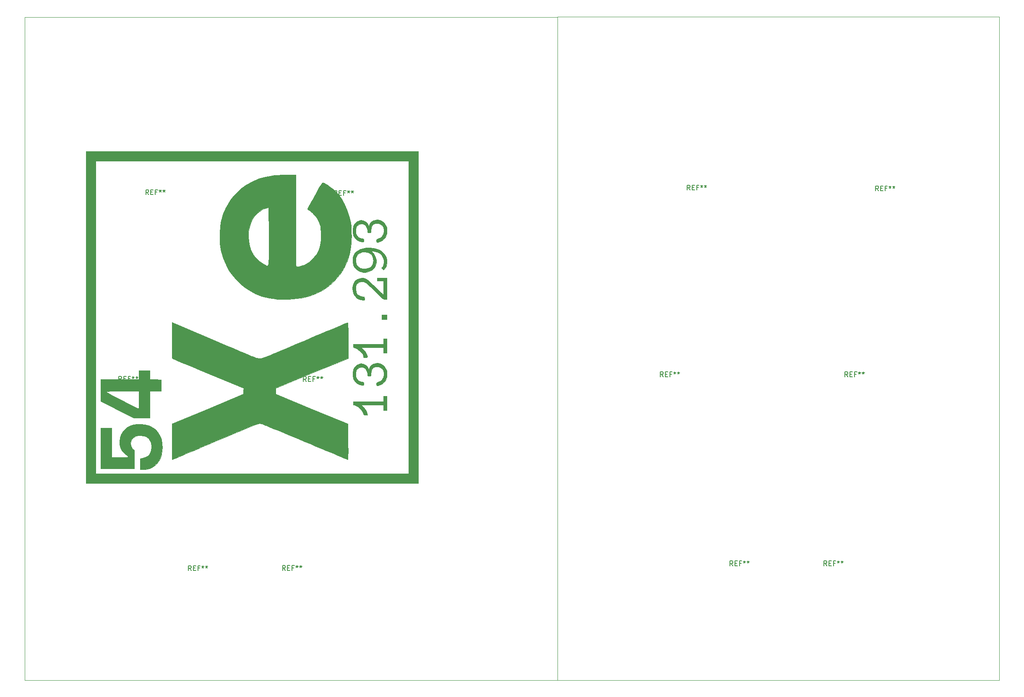
<source format=gbr>
G04 #@! TF.GenerationSoftware,KiCad,Pcbnew,5.1.2*
G04 #@! TF.CreationDate,2019-08-11T12:44:57+09:00*
G04 #@! TF.ProjectId,xenon-e_plate,78656e6f-6e2d-4655-9f70-6c6174652e6b,rev?*
G04 #@! TF.SameCoordinates,Original*
G04 #@! TF.FileFunction,Legend,Top*
G04 #@! TF.FilePolarity,Positive*
%FSLAX46Y46*%
G04 Gerber Fmt 4.6, Leading zero omitted, Abs format (unit mm)*
G04 Created by KiCad (PCBNEW 5.1.2) date 2019-08-11 12:44:57*
%MOMM*%
%LPD*%
G04 APERTURE LIST*
%ADD10C,0.120000*%
%ADD11C,0.010000*%
%ADD12C,0.150000*%
G04 APERTURE END LIST*
D10*
X259450000Y-156100000D02*
X168775000Y-156100000D01*
X259450000Y-22125000D02*
X259450000Y-156100000D01*
X170250000Y-22125000D02*
X259450000Y-22125000D01*
X62750000Y-22150000D02*
X170250000Y-22150000D01*
X62750000Y-156100000D02*
X62750000Y-22150000D01*
X168750000Y-156100000D02*
X62750000Y-156100000D01*
X170250000Y-22225000D02*
X170250000Y-156100000D01*
D11*
G36*
X85765000Y-95355667D02*
G01*
X85765000Y-93577667D01*
X87966333Y-93577667D01*
X87966333Y-95350889D01*
X89130500Y-95374445D01*
X90294666Y-95398000D01*
X90318176Y-96503380D01*
X90322679Y-96920211D01*
X90318283Y-97274486D01*
X90306006Y-97532599D01*
X90286866Y-97660944D01*
X90282898Y-97667547D01*
X90180780Y-97689277D01*
X89942572Y-97707380D01*
X89601504Y-97720211D01*
X89190808Y-97726124D01*
X89095222Y-97726334D01*
X87966333Y-97726334D01*
X87966333Y-103145000D01*
X85765000Y-103145000D01*
X85765000Y-101216024D01*
X85765000Y-97726334D01*
X82463000Y-97726334D01*
X81613893Y-97727107D01*
X80919481Y-97729781D01*
X80365134Y-97734888D01*
X79936219Y-97742960D01*
X79618103Y-97754528D01*
X79396155Y-97770126D01*
X79255744Y-97790284D01*
X79182236Y-97815536D01*
X79161000Y-97846392D01*
X79233592Y-97905436D01*
X79438702Y-98030228D01*
X79757326Y-98210911D01*
X80170462Y-98437632D01*
X80659109Y-98700535D01*
X81204264Y-98989765D01*
X81786924Y-99295466D01*
X82388088Y-99607784D01*
X82988752Y-99916864D01*
X83569916Y-100212851D01*
X84112576Y-100485889D01*
X84597730Y-100726123D01*
X85006377Y-100923699D01*
X85319513Y-101068761D01*
X85518137Y-101151454D01*
X85558089Y-101164093D01*
X85765000Y-101216024D01*
X85765000Y-103145000D01*
X84742159Y-103145000D01*
X81401246Y-101444603D01*
X78060333Y-99744205D01*
X78060333Y-95355667D01*
X85765000Y-95355667D01*
X85765000Y-95355667D01*
G37*
X85765000Y-95355667D02*
X85765000Y-93577667D01*
X87966333Y-93577667D01*
X87966333Y-95350889D01*
X89130500Y-95374445D01*
X90294666Y-95398000D01*
X90318176Y-96503380D01*
X90322679Y-96920211D01*
X90318283Y-97274486D01*
X90306006Y-97532599D01*
X90286866Y-97660944D01*
X90282898Y-97667547D01*
X90180780Y-97689277D01*
X89942572Y-97707380D01*
X89601504Y-97720211D01*
X89190808Y-97726124D01*
X89095222Y-97726334D01*
X87966333Y-97726334D01*
X87966333Y-103145000D01*
X85765000Y-103145000D01*
X85765000Y-101216024D01*
X85765000Y-97726334D01*
X82463000Y-97726334D01*
X81613893Y-97727107D01*
X80919481Y-97729781D01*
X80365134Y-97734888D01*
X79936219Y-97742960D01*
X79618103Y-97754528D01*
X79396155Y-97770126D01*
X79255744Y-97790284D01*
X79182236Y-97815536D01*
X79161000Y-97846392D01*
X79233592Y-97905436D01*
X79438702Y-98030228D01*
X79757326Y-98210911D01*
X80170462Y-98437632D01*
X80659109Y-98700535D01*
X81204264Y-98989765D01*
X81786924Y-99295466D01*
X82388088Y-99607784D01*
X82988752Y-99916864D01*
X83569916Y-100212851D01*
X84112576Y-100485889D01*
X84597730Y-100726123D01*
X85006377Y-100923699D01*
X85319513Y-101068761D01*
X85518137Y-101151454D01*
X85558089Y-101164093D01*
X85765000Y-101216024D01*
X85765000Y-103145000D01*
X84742159Y-103145000D01*
X81401246Y-101444603D01*
X78060333Y-99744205D01*
X78060333Y-95355667D01*
X85765000Y-95355667D01*
G36*
X80261666Y-105177000D02*
G01*
X80261666Y-111103667D01*
X81912666Y-111103667D01*
X82480174Y-111102841D01*
X82900387Y-111098925D01*
X83195343Y-111089769D01*
X83387077Y-111073219D01*
X83497625Y-111047122D01*
X83549024Y-111009326D01*
X83563311Y-110957677D01*
X83563666Y-110942379D01*
X83486249Y-110788691D01*
X83269406Y-110611080D01*
X83191590Y-110563040D01*
X82714248Y-110190142D01*
X82344198Y-109709792D01*
X82083350Y-109147083D01*
X81933615Y-108527110D01*
X81896906Y-107874968D01*
X81975134Y-107215752D01*
X82170211Y-106574555D01*
X82484047Y-105976474D01*
X82810377Y-105558357D01*
X83362425Y-105079331D01*
X84005939Y-104722123D01*
X84717062Y-104484555D01*
X85471934Y-104364454D01*
X86246699Y-104359644D01*
X87017496Y-104467949D01*
X87760469Y-104687194D01*
X88451759Y-105015205D01*
X89067508Y-105449805D01*
X89583857Y-105988820D01*
X89728273Y-106189089D01*
X90103572Y-106855383D01*
X90356100Y-107558985D01*
X90492036Y-108328048D01*
X90517560Y-109190726D01*
X90490978Y-109664334D01*
X90349260Y-110536689D01*
X90077439Y-111318709D01*
X89685675Y-112000348D01*
X89184126Y-112571564D01*
X88582952Y-113022311D01*
X87892313Y-113342546D01*
X87122368Y-113522224D01*
X86551544Y-113559000D01*
X86019000Y-113559000D01*
X86019000Y-111296691D01*
X86473862Y-111249745D01*
X87051311Y-111118072D01*
X87539713Y-110859345D01*
X87920077Y-110487384D01*
X88173406Y-110016006D01*
X88174711Y-110012322D01*
X88253777Y-109665145D01*
X88295179Y-109221926D01*
X88297385Y-108752058D01*
X88258861Y-108324932D01*
X88216471Y-108121305D01*
X88022641Y-107692320D01*
X87707654Y-107290646D01*
X87317532Y-106970527D01*
X87168536Y-106886181D01*
X86733306Y-106740234D01*
X86215990Y-106673911D01*
X85685015Y-106689251D01*
X85208809Y-106788291D01*
X85109911Y-106824889D01*
X84690583Y-107078399D01*
X84379647Y-107429696D01*
X84184183Y-107846611D01*
X84111267Y-108296974D01*
X84167979Y-108748617D01*
X84361398Y-109169370D01*
X84544919Y-109392520D01*
X84833666Y-109681267D01*
X84833666Y-113389667D01*
X78060333Y-113389667D01*
X78060333Y-105177000D01*
X80261666Y-105177000D01*
X80261666Y-105177000D01*
G37*
X80261666Y-105177000D02*
X80261666Y-111103667D01*
X81912666Y-111103667D01*
X82480174Y-111102841D01*
X82900387Y-111098925D01*
X83195343Y-111089769D01*
X83387077Y-111073219D01*
X83497625Y-111047122D01*
X83549024Y-111009326D01*
X83563311Y-110957677D01*
X83563666Y-110942379D01*
X83486249Y-110788691D01*
X83269406Y-110611080D01*
X83191590Y-110563040D01*
X82714248Y-110190142D01*
X82344198Y-109709792D01*
X82083350Y-109147083D01*
X81933615Y-108527110D01*
X81896906Y-107874968D01*
X81975134Y-107215752D01*
X82170211Y-106574555D01*
X82484047Y-105976474D01*
X82810377Y-105558357D01*
X83362425Y-105079331D01*
X84005939Y-104722123D01*
X84717062Y-104484555D01*
X85471934Y-104364454D01*
X86246699Y-104359644D01*
X87017496Y-104467949D01*
X87760469Y-104687194D01*
X88451759Y-105015205D01*
X89067508Y-105449805D01*
X89583857Y-105988820D01*
X89728273Y-106189089D01*
X90103572Y-106855383D01*
X90356100Y-107558985D01*
X90492036Y-108328048D01*
X90517560Y-109190726D01*
X90490978Y-109664334D01*
X90349260Y-110536689D01*
X90077439Y-111318709D01*
X89685675Y-112000348D01*
X89184126Y-112571564D01*
X88582952Y-113022311D01*
X87892313Y-113342546D01*
X87122368Y-113522224D01*
X86551544Y-113559000D01*
X86019000Y-113559000D01*
X86019000Y-111296691D01*
X86473862Y-111249745D01*
X87051311Y-111118072D01*
X87539713Y-110859345D01*
X87920077Y-110487384D01*
X88173406Y-110016006D01*
X88174711Y-110012322D01*
X88253777Y-109665145D01*
X88295179Y-109221926D01*
X88297385Y-108752058D01*
X88258861Y-108324932D01*
X88216471Y-108121305D01*
X88022641Y-107692320D01*
X87707654Y-107290646D01*
X87317532Y-106970527D01*
X87168536Y-106886181D01*
X86733306Y-106740234D01*
X86215990Y-106673911D01*
X85685015Y-106689251D01*
X85208809Y-106788291D01*
X85109911Y-106824889D01*
X84690583Y-107078399D01*
X84379647Y-107429696D01*
X84184183Y-107846611D01*
X84111267Y-108296974D01*
X84167979Y-108748617D01*
X84361398Y-109169370D01*
X84544919Y-109392520D01*
X84833666Y-109681267D01*
X84833666Y-113389667D01*
X78060333Y-113389667D01*
X78060333Y-105177000D01*
X80261666Y-105177000D01*
G36*
X92454842Y-104288000D02*
G01*
X99672088Y-101312659D01*
X106889333Y-98337318D01*
X106913738Y-97711073D01*
X106938144Y-97084828D01*
X99801683Y-94142792D01*
X98756552Y-93711696D01*
X97755185Y-93298193D01*
X96808781Y-92906933D01*
X95928539Y-92542567D01*
X95125660Y-92209747D01*
X94411341Y-91913122D01*
X93796782Y-91657344D01*
X93293184Y-91447064D01*
X92911744Y-91286933D01*
X92663662Y-91181602D01*
X92560138Y-91135721D01*
X92558524Y-91134812D01*
X92531634Y-91083651D01*
X92509896Y-90958249D01*
X92493016Y-90745918D01*
X92480703Y-90433969D01*
X92472664Y-90009713D01*
X92468606Y-89460463D01*
X92468237Y-88773528D01*
X92471264Y-87936222D01*
X92473912Y-87464927D01*
X92496000Y-83860985D01*
X101047333Y-87487643D01*
X102388721Y-88056389D01*
X103583419Y-88562492D01*
X104640552Y-89009599D01*
X105569247Y-89401360D01*
X106378631Y-89741424D01*
X107077829Y-90033440D01*
X107675969Y-90281057D01*
X108182177Y-90487924D01*
X108605579Y-90657690D01*
X108955302Y-90794003D01*
X109240472Y-90900514D01*
X109470215Y-90980870D01*
X109653658Y-91038721D01*
X109799928Y-91077715D01*
X109918150Y-91101503D01*
X110017452Y-91113732D01*
X110106959Y-91118052D01*
X110127956Y-91118317D01*
X110215283Y-91117085D01*
X110308057Y-91109646D01*
X110415416Y-91092379D01*
X110546502Y-91061665D01*
X110710452Y-91013882D01*
X110916408Y-90945412D01*
X111173509Y-90852632D01*
X111490893Y-90731924D01*
X111877702Y-90579667D01*
X112343074Y-90392241D01*
X112896150Y-90166025D01*
X113546068Y-89897400D01*
X114301969Y-89582745D01*
X115172992Y-89218440D01*
X116168277Y-88800864D01*
X117296963Y-88326398D01*
X118568190Y-87791421D01*
X119222299Y-87516031D01*
X120366898Y-87034137D01*
X121468636Y-86570362D01*
X122517366Y-86128973D01*
X123502941Y-85714238D01*
X124415212Y-85330425D01*
X125244033Y-84981800D01*
X125979256Y-84672633D01*
X126610733Y-84407190D01*
X127128319Y-84189738D01*
X127521865Y-84024547D01*
X127781223Y-83915882D01*
X127896247Y-83868012D01*
X127900508Y-83866306D01*
X127928521Y-83880533D01*
X127951694Y-83955543D01*
X127970448Y-84104637D01*
X127985202Y-84341119D01*
X127996375Y-84678287D01*
X128004387Y-85129446D01*
X128009656Y-85707895D01*
X128012604Y-86426936D01*
X128013648Y-87299871D01*
X128013666Y-87455005D01*
X128013666Y-91087127D01*
X120686796Y-94087957D01*
X113359926Y-97088788D01*
X113408666Y-98334684D01*
X120690000Y-101317804D01*
X127971333Y-104300924D01*
X127993416Y-107924077D01*
X127998454Y-108802454D01*
X128001509Y-109526186D01*
X128002062Y-110109954D01*
X127999593Y-110568441D01*
X127993580Y-110916329D01*
X127983504Y-111168298D01*
X127968844Y-111339032D01*
X127949080Y-111443212D01*
X127923690Y-111495520D01*
X127892156Y-111510637D01*
X127866416Y-111507026D01*
X127769869Y-111469375D01*
X127527495Y-111370181D01*
X127149493Y-111213713D01*
X126646056Y-111004239D01*
X126027382Y-110746027D01*
X125303666Y-110443346D01*
X124485104Y-110100464D01*
X123581892Y-109721648D01*
X122604226Y-109311169D01*
X121562302Y-108873293D01*
X120466315Y-108412290D01*
X119326463Y-107932426D01*
X119145591Y-107856245D01*
X117783860Y-107282978D01*
X116569238Y-106772431D01*
X115492988Y-106321098D01*
X114546374Y-105925472D01*
X113720660Y-105582047D01*
X113007109Y-105287318D01*
X112396984Y-105037776D01*
X111881548Y-104829917D01*
X111452066Y-104660234D01*
X111099801Y-104525221D01*
X110816016Y-104421370D01*
X110591975Y-104345177D01*
X110418940Y-104293135D01*
X110288176Y-104261736D01*
X110190947Y-104247476D01*
X110149250Y-104245667D01*
X110066947Y-104252035D01*
X109956382Y-104273485D01*
X109808831Y-104313540D01*
X109615568Y-104375720D01*
X109367871Y-104463546D01*
X109057016Y-104580539D01*
X108674277Y-104730221D01*
X108210932Y-104916113D01*
X107658255Y-105141736D01*
X107007524Y-105410610D01*
X106250013Y-105726258D01*
X105377000Y-106092200D01*
X104379759Y-106511957D01*
X103249567Y-106989052D01*
X101977699Y-107527003D01*
X101129056Y-107886334D01*
X99984682Y-108370883D01*
X98884264Y-108836528D01*
X97837801Y-109279053D01*
X96855293Y-109694242D01*
X95946739Y-110077878D01*
X95122140Y-110425747D01*
X94391494Y-110733632D01*
X93764801Y-110997318D01*
X93252062Y-111212589D01*
X92863276Y-111375229D01*
X92608442Y-111481022D01*
X92497560Y-111525752D01*
X92493564Y-111527000D01*
X92485151Y-111445224D01*
X92477368Y-111211450D01*
X92470405Y-110843017D01*
X92464448Y-110357261D01*
X92459687Y-109771518D01*
X92456310Y-109103124D01*
X92454505Y-108369417D01*
X92454254Y-107907500D01*
X92454842Y-104288000D01*
X92454842Y-104288000D01*
G37*
X92454842Y-104288000D02*
X99672088Y-101312659D01*
X106889333Y-98337318D01*
X106913738Y-97711073D01*
X106938144Y-97084828D01*
X99801683Y-94142792D01*
X98756552Y-93711696D01*
X97755185Y-93298193D01*
X96808781Y-92906933D01*
X95928539Y-92542567D01*
X95125660Y-92209747D01*
X94411341Y-91913122D01*
X93796782Y-91657344D01*
X93293184Y-91447064D01*
X92911744Y-91286933D01*
X92663662Y-91181602D01*
X92560138Y-91135721D01*
X92558524Y-91134812D01*
X92531634Y-91083651D01*
X92509896Y-90958249D01*
X92493016Y-90745918D01*
X92480703Y-90433969D01*
X92472664Y-90009713D01*
X92468606Y-89460463D01*
X92468237Y-88773528D01*
X92471264Y-87936222D01*
X92473912Y-87464927D01*
X92496000Y-83860985D01*
X101047333Y-87487643D01*
X102388721Y-88056389D01*
X103583419Y-88562492D01*
X104640552Y-89009599D01*
X105569247Y-89401360D01*
X106378631Y-89741424D01*
X107077829Y-90033440D01*
X107675969Y-90281057D01*
X108182177Y-90487924D01*
X108605579Y-90657690D01*
X108955302Y-90794003D01*
X109240472Y-90900514D01*
X109470215Y-90980870D01*
X109653658Y-91038721D01*
X109799928Y-91077715D01*
X109918150Y-91101503D01*
X110017452Y-91113732D01*
X110106959Y-91118052D01*
X110127956Y-91118317D01*
X110215283Y-91117085D01*
X110308057Y-91109646D01*
X110415416Y-91092379D01*
X110546502Y-91061665D01*
X110710452Y-91013882D01*
X110916408Y-90945412D01*
X111173509Y-90852632D01*
X111490893Y-90731924D01*
X111877702Y-90579667D01*
X112343074Y-90392241D01*
X112896150Y-90166025D01*
X113546068Y-89897400D01*
X114301969Y-89582745D01*
X115172992Y-89218440D01*
X116168277Y-88800864D01*
X117296963Y-88326398D01*
X118568190Y-87791421D01*
X119222299Y-87516031D01*
X120366898Y-87034137D01*
X121468636Y-86570362D01*
X122517366Y-86128973D01*
X123502941Y-85714238D01*
X124415212Y-85330425D01*
X125244033Y-84981800D01*
X125979256Y-84672633D01*
X126610733Y-84407190D01*
X127128319Y-84189738D01*
X127521865Y-84024547D01*
X127781223Y-83915882D01*
X127896247Y-83868012D01*
X127900508Y-83866306D01*
X127928521Y-83880533D01*
X127951694Y-83955543D01*
X127970448Y-84104637D01*
X127985202Y-84341119D01*
X127996375Y-84678287D01*
X128004387Y-85129446D01*
X128009656Y-85707895D01*
X128012604Y-86426936D01*
X128013648Y-87299871D01*
X128013666Y-87455005D01*
X128013666Y-91087127D01*
X120686796Y-94087957D01*
X113359926Y-97088788D01*
X113408666Y-98334684D01*
X120690000Y-101317804D01*
X127971333Y-104300924D01*
X127993416Y-107924077D01*
X127998454Y-108802454D01*
X128001509Y-109526186D01*
X128002062Y-110109954D01*
X127999593Y-110568441D01*
X127993580Y-110916329D01*
X127983504Y-111168298D01*
X127968844Y-111339032D01*
X127949080Y-111443212D01*
X127923690Y-111495520D01*
X127892156Y-111510637D01*
X127866416Y-111507026D01*
X127769869Y-111469375D01*
X127527495Y-111370181D01*
X127149493Y-111213713D01*
X126646056Y-111004239D01*
X126027382Y-110746027D01*
X125303666Y-110443346D01*
X124485104Y-110100464D01*
X123581892Y-109721648D01*
X122604226Y-109311169D01*
X121562302Y-108873293D01*
X120466315Y-108412290D01*
X119326463Y-107932426D01*
X119145591Y-107856245D01*
X117783860Y-107282978D01*
X116569238Y-106772431D01*
X115492988Y-106321098D01*
X114546374Y-105925472D01*
X113720660Y-105582047D01*
X113007109Y-105287318D01*
X112396984Y-105037776D01*
X111881548Y-104829917D01*
X111452066Y-104660234D01*
X111099801Y-104525221D01*
X110816016Y-104421370D01*
X110591975Y-104345177D01*
X110418940Y-104293135D01*
X110288176Y-104261736D01*
X110190947Y-104247476D01*
X110149250Y-104245667D01*
X110066947Y-104252035D01*
X109956382Y-104273485D01*
X109808831Y-104313540D01*
X109615568Y-104375720D01*
X109367871Y-104463546D01*
X109057016Y-104580539D01*
X108674277Y-104730221D01*
X108210932Y-104916113D01*
X107658255Y-105141736D01*
X107007524Y-105410610D01*
X106250013Y-105726258D01*
X105377000Y-106092200D01*
X104379759Y-106511957D01*
X103249567Y-106989052D01*
X101977699Y-107527003D01*
X101129056Y-107886334D01*
X99984682Y-108370883D01*
X98884264Y-108836528D01*
X97837801Y-109279053D01*
X96855293Y-109694242D01*
X95946739Y-110077878D01*
X95122140Y-110425747D01*
X94391494Y-110733632D01*
X93764801Y-110997318D01*
X93252062Y-111212589D01*
X92863276Y-111375229D01*
X92608442Y-111481022D01*
X92497560Y-111525752D01*
X92493564Y-111527000D01*
X92485151Y-111445224D01*
X92477368Y-111211450D01*
X92470405Y-110843017D01*
X92464448Y-110357261D01*
X92459687Y-109771518D01*
X92456310Y-109103124D01*
X92454505Y-108369417D01*
X92454254Y-107907500D01*
X92454842Y-104288000D01*
G36*
X102189303Y-64621113D02*
G01*
X102325262Y-63650609D01*
X102541182Y-62735535D01*
X102843520Y-61841660D01*
X103238730Y-60934756D01*
X103257234Y-60896334D01*
X103792345Y-59881370D01*
X104360898Y-58992934D01*
X104991687Y-58188284D01*
X105342418Y-57800849D01*
X106364736Y-56841998D01*
X107485033Y-56019695D01*
X108697487Y-55336700D01*
X109996277Y-54795770D01*
X111375582Y-54399667D01*
X112829580Y-54151148D01*
X113104038Y-54121789D01*
X113449014Y-54096813D01*
X113920493Y-54074844D01*
X114475655Y-54057238D01*
X115071678Y-54045348D01*
X115665740Y-54040529D01*
X115673500Y-54040518D01*
X117430333Y-54038334D01*
X117430333Y-63269658D01*
X117430547Y-64734678D01*
X117431272Y-66039425D01*
X117432628Y-67192957D01*
X117434740Y-68204333D01*
X117437727Y-69082612D01*
X117441714Y-69836853D01*
X117446821Y-70476115D01*
X117453171Y-71009457D01*
X117460887Y-71445938D01*
X117470090Y-71794617D01*
X117480902Y-72064553D01*
X117493446Y-72264805D01*
X117507844Y-72404431D01*
X117524217Y-72492492D01*
X117542689Y-72538046D01*
X117555453Y-72548995D01*
X117738656Y-72562167D01*
X118036755Y-72523040D01*
X118407410Y-72442173D01*
X118808281Y-72330127D01*
X119197031Y-72197462D01*
X119525302Y-72057690D01*
X120105035Y-71701199D01*
X120677587Y-71215503D01*
X121206523Y-70638186D01*
X121655408Y-70006829D01*
X121850340Y-69659334D01*
X122095045Y-69148908D01*
X122276737Y-68691282D01*
X122404090Y-68244849D01*
X122485777Y-67768001D01*
X122530472Y-67219130D01*
X122546849Y-66556631D01*
X122547527Y-66315000D01*
X122535504Y-65574808D01*
X122496415Y-64965119D01*
X122423509Y-64448330D01*
X122310040Y-63986834D01*
X122149260Y-63543028D01*
X121985395Y-63182334D01*
X121794681Y-62863736D01*
X121520031Y-62497710D01*
X121193199Y-62117931D01*
X120845938Y-61758071D01*
X120510002Y-61451806D01*
X120217144Y-61232808D01*
X120076166Y-61157653D01*
X119892967Y-61064318D01*
X119802914Y-60982312D01*
X119801000Y-60973031D01*
X119840651Y-60885022D01*
X119952046Y-60669935D01*
X120123847Y-60348242D01*
X120344715Y-59940414D01*
X120603311Y-59466923D01*
X120888296Y-58948242D01*
X121188333Y-58404841D01*
X121492083Y-57857193D01*
X121788206Y-57325770D01*
X122065366Y-56831044D01*
X122312222Y-56393486D01*
X122517437Y-56033568D01*
X122669672Y-55771763D01*
X122757588Y-55628542D01*
X122771503Y-55609748D01*
X122893637Y-55587483D01*
X123125926Y-55666902D01*
X123473635Y-55850584D01*
X123942032Y-56141107D01*
X124187182Y-56303091D01*
X125105422Y-57018847D01*
X125935478Y-57870119D01*
X126670138Y-58843704D01*
X127302190Y-59926399D01*
X127824420Y-61105000D01*
X128229618Y-62366304D01*
X128510569Y-63697107D01*
X128602312Y-64385497D01*
X128649554Y-64995922D01*
X128674748Y-65708068D01*
X128678413Y-66468451D01*
X128661066Y-67223591D01*
X128623226Y-67920005D01*
X128565411Y-68504212D01*
X128562195Y-68528121D01*
X128284456Y-69979278D01*
X127862054Y-71346991D01*
X127300959Y-72625176D01*
X126607138Y-73807747D01*
X125786558Y-74888622D01*
X124845187Y-75861715D01*
X123788994Y-76720942D01*
X122623946Y-77460219D01*
X121356011Y-78073461D01*
X119991156Y-78554585D01*
X118535349Y-78897504D01*
X118361666Y-78927923D01*
X117656439Y-79024878D01*
X116850921Y-79098738D01*
X115996248Y-79147557D01*
X115143551Y-79169385D01*
X114343965Y-79162277D01*
X113648623Y-79124283D01*
X113521512Y-79112289D01*
X112022391Y-78887631D01*
X111751707Y-78818483D01*
X111751707Y-72404897D01*
X111827070Y-72358412D01*
X111886732Y-72251378D01*
X111932479Y-72073157D01*
X111966095Y-71813112D01*
X111989366Y-71460604D01*
X112004078Y-71004997D01*
X112012015Y-70435653D01*
X112014963Y-69741934D01*
X112014708Y-68913202D01*
X112013034Y-67938820D01*
X112011727Y-66808151D01*
X112011666Y-66531664D01*
X112010712Y-65549467D01*
X112007957Y-64617481D01*
X112003556Y-63749437D01*
X111997668Y-62959069D01*
X111990450Y-62260109D01*
X111982061Y-61666288D01*
X111972657Y-61191340D01*
X111962396Y-60848997D01*
X111951435Y-60652991D01*
X111943726Y-60610338D01*
X111822428Y-60612424D01*
X111591573Y-60672697D01*
X111293863Y-60775231D01*
X110971994Y-60904103D01*
X110668666Y-61043388D01*
X110430345Y-61174766D01*
X109758627Y-61695984D01*
X109165580Y-62349926D01*
X108668639Y-63111441D01*
X108285243Y-63955380D01*
X108108330Y-64523952D01*
X107929430Y-65484071D01*
X107873331Y-66467292D01*
X107935923Y-67442653D01*
X108113096Y-68379190D01*
X108400739Y-69245942D01*
X108794742Y-70011946D01*
X108847694Y-70093697D01*
X109191617Y-70538918D01*
X109633268Y-71004179D01*
X110126476Y-71447899D01*
X110625074Y-71828497D01*
X111076892Y-72101398D01*
X111257539Y-72198096D01*
X111413559Y-72287432D01*
X111546737Y-72358769D01*
X111658858Y-72401470D01*
X111751707Y-72404897D01*
X111751707Y-78818483D01*
X110625770Y-78530854D01*
X109324007Y-78038453D01*
X108109458Y-77406926D01*
X106974479Y-76632769D01*
X105911429Y-75712479D01*
X105743033Y-75546967D01*
X104815892Y-74512688D01*
X104027929Y-73399113D01*
X103369331Y-72190132D01*
X102830288Y-70869636D01*
X102749866Y-70633000D01*
X102556259Y-70022726D01*
X102409514Y-69489711D01*
X102302232Y-68988871D01*
X102227013Y-68475125D01*
X102176458Y-67903391D01*
X102143165Y-67228586D01*
X102131444Y-66865334D01*
X102126849Y-65681278D01*
X102189303Y-64621113D01*
X102189303Y-64621113D01*
G37*
X102189303Y-64621113D02*
X102325262Y-63650609D01*
X102541182Y-62735535D01*
X102843520Y-61841660D01*
X103238730Y-60934756D01*
X103257234Y-60896334D01*
X103792345Y-59881370D01*
X104360898Y-58992934D01*
X104991687Y-58188284D01*
X105342418Y-57800849D01*
X106364736Y-56841998D01*
X107485033Y-56019695D01*
X108697487Y-55336700D01*
X109996277Y-54795770D01*
X111375582Y-54399667D01*
X112829580Y-54151148D01*
X113104038Y-54121789D01*
X113449014Y-54096813D01*
X113920493Y-54074844D01*
X114475655Y-54057238D01*
X115071678Y-54045348D01*
X115665740Y-54040529D01*
X115673500Y-54040518D01*
X117430333Y-54038334D01*
X117430333Y-63269658D01*
X117430547Y-64734678D01*
X117431272Y-66039425D01*
X117432628Y-67192957D01*
X117434740Y-68204333D01*
X117437727Y-69082612D01*
X117441714Y-69836853D01*
X117446821Y-70476115D01*
X117453171Y-71009457D01*
X117460887Y-71445938D01*
X117470090Y-71794617D01*
X117480902Y-72064553D01*
X117493446Y-72264805D01*
X117507844Y-72404431D01*
X117524217Y-72492492D01*
X117542689Y-72538046D01*
X117555453Y-72548995D01*
X117738656Y-72562167D01*
X118036755Y-72523040D01*
X118407410Y-72442173D01*
X118808281Y-72330127D01*
X119197031Y-72197462D01*
X119525302Y-72057690D01*
X120105035Y-71701199D01*
X120677587Y-71215503D01*
X121206523Y-70638186D01*
X121655408Y-70006829D01*
X121850340Y-69659334D01*
X122095045Y-69148908D01*
X122276737Y-68691282D01*
X122404090Y-68244849D01*
X122485777Y-67768001D01*
X122530472Y-67219130D01*
X122546849Y-66556631D01*
X122547527Y-66315000D01*
X122535504Y-65574808D01*
X122496415Y-64965119D01*
X122423509Y-64448330D01*
X122310040Y-63986834D01*
X122149260Y-63543028D01*
X121985395Y-63182334D01*
X121794681Y-62863736D01*
X121520031Y-62497710D01*
X121193199Y-62117931D01*
X120845938Y-61758071D01*
X120510002Y-61451806D01*
X120217144Y-61232808D01*
X120076166Y-61157653D01*
X119892967Y-61064318D01*
X119802914Y-60982312D01*
X119801000Y-60973031D01*
X119840651Y-60885022D01*
X119952046Y-60669935D01*
X120123847Y-60348242D01*
X120344715Y-59940414D01*
X120603311Y-59466923D01*
X120888296Y-58948242D01*
X121188333Y-58404841D01*
X121492083Y-57857193D01*
X121788206Y-57325770D01*
X122065366Y-56831044D01*
X122312222Y-56393486D01*
X122517437Y-56033568D01*
X122669672Y-55771763D01*
X122757588Y-55628542D01*
X122771503Y-55609748D01*
X122893637Y-55587483D01*
X123125926Y-55666902D01*
X123473635Y-55850584D01*
X123942032Y-56141107D01*
X124187182Y-56303091D01*
X125105422Y-57018847D01*
X125935478Y-57870119D01*
X126670138Y-58843704D01*
X127302190Y-59926399D01*
X127824420Y-61105000D01*
X128229618Y-62366304D01*
X128510569Y-63697107D01*
X128602312Y-64385497D01*
X128649554Y-64995922D01*
X128674748Y-65708068D01*
X128678413Y-66468451D01*
X128661066Y-67223591D01*
X128623226Y-67920005D01*
X128565411Y-68504212D01*
X128562195Y-68528121D01*
X128284456Y-69979278D01*
X127862054Y-71346991D01*
X127300959Y-72625176D01*
X126607138Y-73807747D01*
X125786558Y-74888622D01*
X124845187Y-75861715D01*
X123788994Y-76720942D01*
X122623946Y-77460219D01*
X121356011Y-78073461D01*
X119991156Y-78554585D01*
X118535349Y-78897504D01*
X118361666Y-78927923D01*
X117656439Y-79024878D01*
X116850921Y-79098738D01*
X115996248Y-79147557D01*
X115143551Y-79169385D01*
X114343965Y-79162277D01*
X113648623Y-79124283D01*
X113521512Y-79112289D01*
X112022391Y-78887631D01*
X111751707Y-78818483D01*
X111751707Y-72404897D01*
X111827070Y-72358412D01*
X111886732Y-72251378D01*
X111932479Y-72073157D01*
X111966095Y-71813112D01*
X111989366Y-71460604D01*
X112004078Y-71004997D01*
X112012015Y-70435653D01*
X112014963Y-69741934D01*
X112014708Y-68913202D01*
X112013034Y-67938820D01*
X112011727Y-66808151D01*
X112011666Y-66531664D01*
X112010712Y-65549467D01*
X112007957Y-64617481D01*
X112003556Y-63749437D01*
X111997668Y-62959069D01*
X111990450Y-62260109D01*
X111982061Y-61666288D01*
X111972657Y-61191340D01*
X111962396Y-60848997D01*
X111951435Y-60652991D01*
X111943726Y-60610338D01*
X111822428Y-60612424D01*
X111591573Y-60672697D01*
X111293863Y-60775231D01*
X110971994Y-60904103D01*
X110668666Y-61043388D01*
X110430345Y-61174766D01*
X109758627Y-61695984D01*
X109165580Y-62349926D01*
X108668639Y-63111441D01*
X108285243Y-63955380D01*
X108108330Y-64523952D01*
X107929430Y-65484071D01*
X107873331Y-66467292D01*
X107935923Y-67442653D01*
X108113096Y-68379190D01*
X108400739Y-69245942D01*
X108794742Y-70011946D01*
X108847694Y-70093697D01*
X109191617Y-70538918D01*
X109633268Y-71004179D01*
X110126476Y-71447899D01*
X110625074Y-71828497D01*
X111076892Y-72101398D01*
X111257539Y-72198096D01*
X111413559Y-72287432D01*
X111546737Y-72358769D01*
X111658858Y-72401470D01*
X111751707Y-72404897D01*
X111751707Y-78818483D01*
X110625770Y-78530854D01*
X109324007Y-78038453D01*
X108109458Y-77406926D01*
X106974479Y-76632769D01*
X105911429Y-75712479D01*
X105743033Y-75546967D01*
X104815892Y-74512688D01*
X104027929Y-73399113D01*
X103369331Y-72190132D01*
X102830288Y-70869636D01*
X102749866Y-70633000D01*
X102556259Y-70022726D01*
X102409514Y-69489711D01*
X102302232Y-68988871D01*
X102227013Y-68475125D01*
X102176458Y-67903391D01*
X102143165Y-67228586D01*
X102131444Y-66865334D01*
X102126849Y-65681278D01*
X102189303Y-64621113D01*
G36*
X128996030Y-76347868D02*
G01*
X129186875Y-75814064D01*
X129491992Y-75387875D01*
X129900777Y-75081248D01*
X130402627Y-74906128D01*
X130802102Y-74868193D01*
X131072308Y-74880773D01*
X131323456Y-74929507D01*
X131575524Y-75027421D01*
X131848488Y-75187536D01*
X132162324Y-75422877D01*
X132537011Y-75746466D01*
X132992524Y-76171327D01*
X133390000Y-76555278D01*
X133794529Y-76948426D01*
X134168393Y-77309612D01*
X134491117Y-77619228D01*
X134742226Y-77857665D01*
X134901246Y-78005314D01*
X134935166Y-78035132D01*
X135125666Y-78194578D01*
X135125666Y-75459000D01*
X133855666Y-75459000D01*
X133855666Y-74866334D01*
X135803000Y-74866334D01*
X135803000Y-79184334D01*
X135447752Y-79184334D01*
X135337845Y-79180751D01*
X135235324Y-79161125D01*
X135123736Y-79112140D01*
X134986630Y-79020481D01*
X134807553Y-78872833D01*
X134570055Y-78655879D01*
X134257682Y-78356305D01*
X133853984Y-77960794D01*
X133479252Y-77591089D01*
X133032367Y-77154491D01*
X132607304Y-76748058D01*
X132223971Y-76390145D01*
X131902277Y-76099104D01*
X131662130Y-75893290D01*
X131532169Y-75796091D01*
X131095118Y-75613871D01*
X130658342Y-75578244D01*
X130253002Y-75681939D01*
X129910257Y-75917681D01*
X129685964Y-76227019D01*
X129588799Y-76534287D01*
X129542548Y-76929022D01*
X129550149Y-77336299D01*
X129614536Y-77681190D01*
X129627526Y-77718322D01*
X129859710Y-78107232D01*
X130212245Y-78413570D01*
X130645959Y-78611560D01*
X131082833Y-78675862D01*
X131232398Y-78691783D01*
X131298886Y-78770903D01*
X131315434Y-78961484D01*
X131315666Y-79015000D01*
X131305156Y-79232407D01*
X131250936Y-79329062D01*
X131118968Y-79353267D01*
X131077033Y-79353667D01*
X130538866Y-79275436D01*
X130017706Y-79057054D01*
X129570245Y-78722987D01*
X129536068Y-78688642D01*
X129237143Y-78317034D01*
X129047262Y-77912259D01*
X128950704Y-77429927D01*
X128930058Y-76977341D01*
X128996030Y-76347868D01*
X128996030Y-76347868D01*
G37*
X128996030Y-76347868D02*
X129186875Y-75814064D01*
X129491992Y-75387875D01*
X129900777Y-75081248D01*
X130402627Y-74906128D01*
X130802102Y-74868193D01*
X131072308Y-74880773D01*
X131323456Y-74929507D01*
X131575524Y-75027421D01*
X131848488Y-75187536D01*
X132162324Y-75422877D01*
X132537011Y-75746466D01*
X132992524Y-76171327D01*
X133390000Y-76555278D01*
X133794529Y-76948426D01*
X134168393Y-77309612D01*
X134491117Y-77619228D01*
X134742226Y-77857665D01*
X134901246Y-78005314D01*
X134935166Y-78035132D01*
X135125666Y-78194578D01*
X135125666Y-75459000D01*
X133855666Y-75459000D01*
X133855666Y-74866334D01*
X135803000Y-74866334D01*
X135803000Y-79184334D01*
X135447752Y-79184334D01*
X135337845Y-79180751D01*
X135235324Y-79161125D01*
X135123736Y-79112140D01*
X134986630Y-79020481D01*
X134807553Y-78872833D01*
X134570055Y-78655879D01*
X134257682Y-78356305D01*
X133853984Y-77960794D01*
X133479252Y-77591089D01*
X133032367Y-77154491D01*
X132607304Y-76748058D01*
X132223971Y-76390145D01*
X131902277Y-76099104D01*
X131662130Y-75893290D01*
X131532169Y-75796091D01*
X131095118Y-75613871D01*
X130658342Y-75578244D01*
X130253002Y-75681939D01*
X129910257Y-75917681D01*
X129685964Y-76227019D01*
X129588799Y-76534287D01*
X129542548Y-76929022D01*
X129550149Y-77336299D01*
X129614536Y-77681190D01*
X129627526Y-77718322D01*
X129859710Y-78107232D01*
X130212245Y-78413570D01*
X130645959Y-78611560D01*
X131082833Y-78675862D01*
X131232398Y-78691783D01*
X131298886Y-78770903D01*
X131315434Y-78961484D01*
X131315666Y-79015000D01*
X131305156Y-79232407D01*
X131250936Y-79329062D01*
X131118968Y-79353267D01*
X131077033Y-79353667D01*
X130538866Y-79275436D01*
X130017706Y-79057054D01*
X129570245Y-78722987D01*
X129536068Y-78688642D01*
X129237143Y-78317034D01*
X129047262Y-77912259D01*
X128950704Y-77429927D01*
X128930058Y-76977341D01*
X128996030Y-76347868D01*
G36*
X135803000Y-82317000D02*
G01*
X135803000Y-83248334D01*
X134787000Y-83248334D01*
X134787000Y-82317000D01*
X135803000Y-82317000D01*
X135803000Y-82317000D01*
G37*
X135803000Y-82317000D02*
X135803000Y-83248334D01*
X134787000Y-83248334D01*
X134787000Y-82317000D01*
X135803000Y-82317000D01*
G36*
X135125666Y-88243667D02*
G01*
X135125666Y-87143000D01*
X135803000Y-87143000D01*
X135803000Y-90021667D01*
X135125666Y-90021667D01*
X135125666Y-88921000D01*
X130614492Y-88921000D01*
X131019402Y-89277416D01*
X131397853Y-89697688D01*
X131666255Y-90145249D01*
X131825793Y-90501775D01*
X131898479Y-90735708D01*
X131880286Y-90872148D01*
X131767193Y-90936196D01*
X131555174Y-90952950D01*
X131536755Y-90953000D01*
X131303485Y-90943426D01*
X131185610Y-90891514D01*
X131129363Y-90762486D01*
X131111359Y-90677834D01*
X130964612Y-90297838D01*
X130690352Y-89907762D01*
X130324352Y-89542395D01*
X129902381Y-89236523D01*
X129460208Y-89024932D01*
X129387555Y-89001423D01*
X129164762Y-88923679D01*
X129061029Y-88832204D01*
X129031107Y-88672318D01*
X129029666Y-88568932D01*
X129029666Y-88243667D01*
X135125666Y-88243667D01*
X135125666Y-88243667D01*
G37*
X135125666Y-88243667D02*
X135125666Y-87143000D01*
X135803000Y-87143000D01*
X135803000Y-90021667D01*
X135125666Y-90021667D01*
X135125666Y-88921000D01*
X130614492Y-88921000D01*
X131019402Y-89277416D01*
X131397853Y-89697688D01*
X131666255Y-90145249D01*
X131825793Y-90501775D01*
X131898479Y-90735708D01*
X131880286Y-90872148D01*
X131767193Y-90936196D01*
X131555174Y-90952950D01*
X131536755Y-90953000D01*
X131303485Y-90943426D01*
X131185610Y-90891514D01*
X131129363Y-90762486D01*
X131111359Y-90677834D01*
X130964612Y-90297838D01*
X130690352Y-89907762D01*
X130324352Y-89542395D01*
X129902381Y-89236523D01*
X129460208Y-89024932D01*
X129387555Y-89001423D01*
X129164762Y-88923679D01*
X129061029Y-88832204D01*
X129031107Y-88672318D01*
X129029666Y-88568932D01*
X129029666Y-88243667D01*
X135125666Y-88243667D01*
G36*
X135125666Y-99843000D02*
G01*
X135125666Y-98742334D01*
X135803000Y-98742334D01*
X135803000Y-101621000D01*
X135125666Y-101621000D01*
X135125666Y-100520334D01*
X130645587Y-100520334D01*
X131061740Y-100909596D01*
X131487867Y-101400859D01*
X131775068Y-101938155D01*
X131874872Y-102279199D01*
X131929500Y-102552334D01*
X131555476Y-102552334D01*
X131323017Y-102543906D01*
X131199525Y-102488791D01*
X131127483Y-102342243D01*
X131083175Y-102184883D01*
X130933188Y-101849414D01*
X130676054Y-101496449D01*
X130347141Y-101156962D01*
X129981817Y-100861926D01*
X129615451Y-100642311D01*
X129283413Y-100529093D01*
X129182376Y-100520334D01*
X129081066Y-100484910D01*
X129036722Y-100351286D01*
X129029666Y-100181667D01*
X129029666Y-99843000D01*
X135125666Y-99843000D01*
X135125666Y-99843000D01*
G37*
X135125666Y-99843000D02*
X135125666Y-98742334D01*
X135803000Y-98742334D01*
X135803000Y-101621000D01*
X135125666Y-101621000D01*
X135125666Y-100520334D01*
X130645587Y-100520334D01*
X131061740Y-100909596D01*
X131487867Y-101400859D01*
X131775068Y-101938155D01*
X131874872Y-102279199D01*
X131929500Y-102552334D01*
X131555476Y-102552334D01*
X131323017Y-102543906D01*
X131199525Y-102488791D01*
X131127483Y-102342243D01*
X131083175Y-102184883D01*
X130933188Y-101849414D01*
X130676054Y-101496449D01*
X130347141Y-101156962D01*
X129981817Y-100861926D01*
X129615451Y-100642311D01*
X129283413Y-100529093D01*
X129182376Y-100520334D01*
X129081066Y-100484910D01*
X129036722Y-100351286D01*
X129029666Y-100181667D01*
X129029666Y-99843000D01*
X135125666Y-99843000D01*
G36*
X129049813Y-64492540D02*
G01*
X129141146Y-64250779D01*
X129414848Y-63816950D01*
X129769251Y-63495966D01*
X130176677Y-63289921D01*
X130609446Y-63200911D01*
X131039879Y-63231032D01*
X131440297Y-63382378D01*
X131783020Y-63657046D01*
X132029052Y-64032156D01*
X132141680Y-64269036D01*
X132205560Y-64367736D01*
X132242299Y-64344100D01*
X132273504Y-64213975D01*
X132273950Y-64211746D01*
X132427706Y-63848736D01*
X132714238Y-63532741D01*
X133098573Y-63287673D01*
X133545737Y-63137442D01*
X133898000Y-63101386D01*
X134434298Y-63178376D01*
X134904651Y-63395709D01*
X135296196Y-63732928D01*
X135596068Y-64169579D01*
X135791403Y-64685205D01*
X135869338Y-65259351D01*
X135817009Y-65871560D01*
X135769321Y-66077125D01*
X135537920Y-66641381D01*
X135182211Y-67094244D01*
X134711824Y-67426010D01*
X134260554Y-67597413D01*
X134022941Y-67651710D01*
X133863070Y-67671912D01*
X133828038Y-67665333D01*
X133794492Y-67564189D01*
X133754756Y-67364561D01*
X133748254Y-67323891D01*
X133728005Y-67141335D01*
X133765384Y-67038844D01*
X133898158Y-66973374D01*
X134105262Y-66916978D01*
X134558868Y-66719065D01*
X134912044Y-66390163D01*
X135154077Y-65942895D01*
X135251616Y-65566234D01*
X135259853Y-65070096D01*
X135128723Y-64624698D01*
X134880034Y-64252448D01*
X134535594Y-63975757D01*
X134117207Y-63817031D01*
X133646683Y-63798682D01*
X133546594Y-63814138D01*
X133177695Y-63964545D01*
X132888375Y-64251708D01*
X132689922Y-64657431D01*
X132593623Y-65163518D01*
X132586138Y-65362500D01*
X132578313Y-65588083D01*
X132529563Y-65691745D01*
X132400788Y-65720891D01*
X132289333Y-65722334D01*
X132093328Y-65714591D01*
X131995509Y-65695556D01*
X131993000Y-65691557D01*
X131978548Y-65598115D01*
X131941447Y-65391315D01*
X131909339Y-65219639D01*
X131772837Y-64696954D01*
X131582343Y-64323771D01*
X131323601Y-64084986D01*
X130982360Y-63965498D01*
X130706037Y-63944650D01*
X130269521Y-64015738D01*
X129928750Y-64222752D01*
X129690445Y-64557576D01*
X129561325Y-65012091D01*
X129539059Y-65354129D01*
X129607288Y-65879781D01*
X129800241Y-66312821D01*
X130105093Y-66637108D01*
X130509020Y-66836498D01*
X130755661Y-66885655D01*
X130993081Y-66918921D01*
X131107289Y-66976527D01*
X131143388Y-67101384D01*
X131146333Y-67257345D01*
X131134339Y-67470581D01*
X131076306Y-67563577D01*
X130939158Y-67584931D01*
X130923322Y-67585000D01*
X130452910Y-67507322D01*
X129988507Y-67294618D01*
X129571842Y-66977388D01*
X129244644Y-66586130D01*
X129072694Y-66232424D01*
X128950873Y-65657115D01*
X128943962Y-65056434D01*
X129049813Y-64492540D01*
X129049813Y-64492540D01*
G37*
X129049813Y-64492540D02*
X129141146Y-64250779D01*
X129414848Y-63816950D01*
X129769251Y-63495966D01*
X130176677Y-63289921D01*
X130609446Y-63200911D01*
X131039879Y-63231032D01*
X131440297Y-63382378D01*
X131783020Y-63657046D01*
X132029052Y-64032156D01*
X132141680Y-64269036D01*
X132205560Y-64367736D01*
X132242299Y-64344100D01*
X132273504Y-64213975D01*
X132273950Y-64211746D01*
X132427706Y-63848736D01*
X132714238Y-63532741D01*
X133098573Y-63287673D01*
X133545737Y-63137442D01*
X133898000Y-63101386D01*
X134434298Y-63178376D01*
X134904651Y-63395709D01*
X135296196Y-63732928D01*
X135596068Y-64169579D01*
X135791403Y-64685205D01*
X135869338Y-65259351D01*
X135817009Y-65871560D01*
X135769321Y-66077125D01*
X135537920Y-66641381D01*
X135182211Y-67094244D01*
X134711824Y-67426010D01*
X134260554Y-67597413D01*
X134022941Y-67651710D01*
X133863070Y-67671912D01*
X133828038Y-67665333D01*
X133794492Y-67564189D01*
X133754756Y-67364561D01*
X133748254Y-67323891D01*
X133728005Y-67141335D01*
X133765384Y-67038844D01*
X133898158Y-66973374D01*
X134105262Y-66916978D01*
X134558868Y-66719065D01*
X134912044Y-66390163D01*
X135154077Y-65942895D01*
X135251616Y-65566234D01*
X135259853Y-65070096D01*
X135128723Y-64624698D01*
X134880034Y-64252448D01*
X134535594Y-63975757D01*
X134117207Y-63817031D01*
X133646683Y-63798682D01*
X133546594Y-63814138D01*
X133177695Y-63964545D01*
X132888375Y-64251708D01*
X132689922Y-64657431D01*
X132593623Y-65163518D01*
X132586138Y-65362500D01*
X132578313Y-65588083D01*
X132529563Y-65691745D01*
X132400788Y-65720891D01*
X132289333Y-65722334D01*
X132093328Y-65714591D01*
X131995509Y-65695556D01*
X131993000Y-65691557D01*
X131978548Y-65598115D01*
X131941447Y-65391315D01*
X131909339Y-65219639D01*
X131772837Y-64696954D01*
X131582343Y-64323771D01*
X131323601Y-64084986D01*
X130982360Y-63965498D01*
X130706037Y-63944650D01*
X130269521Y-64015738D01*
X129928750Y-64222752D01*
X129690445Y-64557576D01*
X129561325Y-65012091D01*
X129539059Y-65354129D01*
X129607288Y-65879781D01*
X129800241Y-66312821D01*
X130105093Y-66637108D01*
X130509020Y-66836498D01*
X130755661Y-66885655D01*
X130993081Y-66918921D01*
X131107289Y-66976527D01*
X131143388Y-67101384D01*
X131146333Y-67257345D01*
X131134339Y-67470581D01*
X131076306Y-67563577D01*
X130939158Y-67584931D01*
X130923322Y-67585000D01*
X130452910Y-67507322D01*
X129988507Y-67294618D01*
X129571842Y-66977388D01*
X129244644Y-66586130D01*
X129072694Y-66232424D01*
X128950873Y-65657115D01*
X128943962Y-65056434D01*
X129049813Y-64492540D01*
G36*
X128994018Y-70695764D02*
G01*
X129186204Y-70143996D01*
X129515067Y-69685519D01*
X129984671Y-69315560D01*
X130599081Y-69029348D01*
X131016767Y-68901559D01*
X131665503Y-68790760D01*
X132375190Y-68768103D01*
X133092844Y-68828889D01*
X133765483Y-68968422D01*
X134340121Y-69182003D01*
X134374665Y-69199279D01*
X134916550Y-69561406D01*
X135347466Y-70024689D01*
X135656396Y-70563121D01*
X135832319Y-71150694D01*
X135864215Y-71761402D01*
X135741064Y-72369237D01*
X135730579Y-72399255D01*
X135601582Y-72694646D01*
X135449049Y-72952915D01*
X135364084Y-73057734D01*
X135159527Y-73262291D01*
X134963193Y-73053303D01*
X134766859Y-72844314D01*
X134945975Y-72616604D01*
X135155471Y-72229546D01*
X135260932Y-71764112D01*
X135251944Y-71318341D01*
X135088196Y-70746451D01*
X134786049Y-70267821D01*
X134351652Y-69887504D01*
X133791151Y-69610554D01*
X133110695Y-69442024D01*
X132942235Y-69419626D01*
X132579136Y-69378238D01*
X132951603Y-69706096D01*
X133332842Y-70146437D01*
X133578800Y-70656400D01*
X133691561Y-71206589D01*
X133673210Y-71767612D01*
X133525833Y-72310071D01*
X133251512Y-72804572D01*
X132852334Y-73221721D01*
X132694093Y-73337043D01*
X132140646Y-73605444D01*
X131527945Y-73729635D01*
X131034268Y-73707590D01*
X131034268Y-72985525D01*
X131446747Y-72984922D01*
X132015940Y-72892560D01*
X132460513Y-72692919D01*
X132791655Y-72379870D01*
X132918462Y-72178375D01*
X133041247Y-71811099D01*
X133087992Y-71364861D01*
X133056707Y-70912982D01*
X132962175Y-70566781D01*
X132700708Y-70129337D01*
X132329991Y-69818720D01*
X131923670Y-69647843D01*
X131366003Y-69562391D01*
X130824978Y-69622285D01*
X130333524Y-69817862D01*
X129924571Y-70139459D01*
X129817738Y-70265795D01*
X129697549Y-70439636D01*
X129626297Y-70606086D01*
X129591458Y-70817921D01*
X129580507Y-71127914D01*
X129580000Y-71267593D01*
X129586842Y-71632418D01*
X129615563Y-71884069D01*
X129678450Y-72078434D01*
X129787792Y-72271401D01*
X129807246Y-72301093D01*
X130126489Y-72658832D01*
X130530651Y-72884955D01*
X131034268Y-72985525D01*
X131034268Y-73707590D01*
X130897517Y-73701483D01*
X130863900Y-73695491D01*
X130237090Y-73505486D01*
X129725569Y-73193580D01*
X129335694Y-72767513D01*
X129073822Y-72235028D01*
X128946308Y-71603865D01*
X128934443Y-71345592D01*
X128994018Y-70695764D01*
X128994018Y-70695764D01*
G37*
X128994018Y-70695764D02*
X129186204Y-70143996D01*
X129515067Y-69685519D01*
X129984671Y-69315560D01*
X130599081Y-69029348D01*
X131016767Y-68901559D01*
X131665503Y-68790760D01*
X132375190Y-68768103D01*
X133092844Y-68828889D01*
X133765483Y-68968422D01*
X134340121Y-69182003D01*
X134374665Y-69199279D01*
X134916550Y-69561406D01*
X135347466Y-70024689D01*
X135656396Y-70563121D01*
X135832319Y-71150694D01*
X135864215Y-71761402D01*
X135741064Y-72369237D01*
X135730579Y-72399255D01*
X135601582Y-72694646D01*
X135449049Y-72952915D01*
X135364084Y-73057734D01*
X135159527Y-73262291D01*
X134963193Y-73053303D01*
X134766859Y-72844314D01*
X134945975Y-72616604D01*
X135155471Y-72229546D01*
X135260932Y-71764112D01*
X135251944Y-71318341D01*
X135088196Y-70746451D01*
X134786049Y-70267821D01*
X134351652Y-69887504D01*
X133791151Y-69610554D01*
X133110695Y-69442024D01*
X132942235Y-69419626D01*
X132579136Y-69378238D01*
X132951603Y-69706096D01*
X133332842Y-70146437D01*
X133578800Y-70656400D01*
X133691561Y-71206589D01*
X133673210Y-71767612D01*
X133525833Y-72310071D01*
X133251512Y-72804572D01*
X132852334Y-73221721D01*
X132694093Y-73337043D01*
X132140646Y-73605444D01*
X131527945Y-73729635D01*
X131034268Y-73707590D01*
X131034268Y-72985525D01*
X131446747Y-72984922D01*
X132015940Y-72892560D01*
X132460513Y-72692919D01*
X132791655Y-72379870D01*
X132918462Y-72178375D01*
X133041247Y-71811099D01*
X133087992Y-71364861D01*
X133056707Y-70912982D01*
X132962175Y-70566781D01*
X132700708Y-70129337D01*
X132329991Y-69818720D01*
X131923670Y-69647843D01*
X131366003Y-69562391D01*
X130824978Y-69622285D01*
X130333524Y-69817862D01*
X129924571Y-70139459D01*
X129817738Y-70265795D01*
X129697549Y-70439636D01*
X129626297Y-70606086D01*
X129591458Y-70817921D01*
X129580507Y-71127914D01*
X129580000Y-71267593D01*
X129586842Y-71632418D01*
X129615563Y-71884069D01*
X129678450Y-72078434D01*
X129787792Y-72271401D01*
X129807246Y-72301093D01*
X130126489Y-72658832D01*
X130530651Y-72884955D01*
X131034268Y-72985525D01*
X131034268Y-73707590D01*
X130897517Y-73701483D01*
X130863900Y-73695491D01*
X130237090Y-73505486D01*
X129725569Y-73193580D01*
X129335694Y-72767513D01*
X129073822Y-72235028D01*
X128946308Y-71603865D01*
X128934443Y-71345592D01*
X128994018Y-70695764D01*
G36*
X129049813Y-93448540D02*
G01*
X129141146Y-93206779D01*
X129414848Y-92772950D01*
X129769251Y-92451966D01*
X130176677Y-92245921D01*
X130609446Y-92156911D01*
X131039879Y-92187032D01*
X131440297Y-92338378D01*
X131783020Y-92613046D01*
X132029052Y-92988156D01*
X132141680Y-93225036D01*
X132205560Y-93323736D01*
X132242299Y-93300100D01*
X132273504Y-93169975D01*
X132273950Y-93167746D01*
X132427706Y-92804736D01*
X132714238Y-92488741D01*
X133098573Y-92243673D01*
X133545737Y-92093442D01*
X133898000Y-92057386D01*
X134434298Y-92134376D01*
X134904651Y-92351709D01*
X135296196Y-92688928D01*
X135596068Y-93125579D01*
X135791403Y-93641205D01*
X135869338Y-94215351D01*
X135817009Y-94827560D01*
X135769321Y-95033125D01*
X135537920Y-95597381D01*
X135182211Y-96050244D01*
X134711824Y-96382010D01*
X134260554Y-96553413D01*
X134022941Y-96607710D01*
X133863070Y-96627912D01*
X133828038Y-96621333D01*
X133794492Y-96520189D01*
X133754756Y-96320561D01*
X133748254Y-96279891D01*
X133728005Y-96097335D01*
X133765384Y-95994844D01*
X133898158Y-95929374D01*
X134105262Y-95872978D01*
X134558868Y-95675065D01*
X134912044Y-95346163D01*
X135154077Y-94898895D01*
X135251616Y-94522234D01*
X135259853Y-94026096D01*
X135128723Y-93580698D01*
X134880034Y-93208448D01*
X134535594Y-92931757D01*
X134117207Y-92773031D01*
X133646683Y-92754682D01*
X133546594Y-92770138D01*
X133177695Y-92920545D01*
X132888375Y-93207708D01*
X132689922Y-93613431D01*
X132593623Y-94119518D01*
X132586138Y-94318500D01*
X132578313Y-94544083D01*
X132529563Y-94647745D01*
X132400788Y-94676891D01*
X132289333Y-94678334D01*
X132093328Y-94670591D01*
X131995509Y-94651556D01*
X131993000Y-94647557D01*
X131978548Y-94554115D01*
X131941447Y-94347315D01*
X131909339Y-94175639D01*
X131772837Y-93652954D01*
X131582343Y-93279771D01*
X131323601Y-93040986D01*
X130982360Y-92921498D01*
X130706037Y-92900650D01*
X130269521Y-92971738D01*
X129928750Y-93178752D01*
X129690445Y-93513576D01*
X129561325Y-93968091D01*
X129539059Y-94310129D01*
X129607288Y-94835781D01*
X129800241Y-95268821D01*
X130105093Y-95593108D01*
X130509020Y-95792498D01*
X130755661Y-95841655D01*
X130993081Y-95874921D01*
X131107289Y-95932527D01*
X131143388Y-96057384D01*
X131146333Y-96213345D01*
X131134339Y-96426581D01*
X131076306Y-96519577D01*
X130939158Y-96540931D01*
X130923322Y-96541000D01*
X130452910Y-96463322D01*
X129988507Y-96250618D01*
X129571842Y-95933388D01*
X129244644Y-95542130D01*
X129072694Y-95188424D01*
X128950873Y-94613115D01*
X128943962Y-94012434D01*
X129049813Y-93448540D01*
X129049813Y-93448540D01*
G37*
X129049813Y-93448540D02*
X129141146Y-93206779D01*
X129414848Y-92772950D01*
X129769251Y-92451966D01*
X130176677Y-92245921D01*
X130609446Y-92156911D01*
X131039879Y-92187032D01*
X131440297Y-92338378D01*
X131783020Y-92613046D01*
X132029052Y-92988156D01*
X132141680Y-93225036D01*
X132205560Y-93323736D01*
X132242299Y-93300100D01*
X132273504Y-93169975D01*
X132273950Y-93167746D01*
X132427706Y-92804736D01*
X132714238Y-92488741D01*
X133098573Y-92243673D01*
X133545737Y-92093442D01*
X133898000Y-92057386D01*
X134434298Y-92134376D01*
X134904651Y-92351709D01*
X135296196Y-92688928D01*
X135596068Y-93125579D01*
X135791403Y-93641205D01*
X135869338Y-94215351D01*
X135817009Y-94827560D01*
X135769321Y-95033125D01*
X135537920Y-95597381D01*
X135182211Y-96050244D01*
X134711824Y-96382010D01*
X134260554Y-96553413D01*
X134022941Y-96607710D01*
X133863070Y-96627912D01*
X133828038Y-96621333D01*
X133794492Y-96520189D01*
X133754756Y-96320561D01*
X133748254Y-96279891D01*
X133728005Y-96097335D01*
X133765384Y-95994844D01*
X133898158Y-95929374D01*
X134105262Y-95872978D01*
X134558868Y-95675065D01*
X134912044Y-95346163D01*
X135154077Y-94898895D01*
X135251616Y-94522234D01*
X135259853Y-94026096D01*
X135128723Y-93580698D01*
X134880034Y-93208448D01*
X134535594Y-92931757D01*
X134117207Y-92773031D01*
X133646683Y-92754682D01*
X133546594Y-92770138D01*
X133177695Y-92920545D01*
X132888375Y-93207708D01*
X132689922Y-93613431D01*
X132593623Y-94119518D01*
X132586138Y-94318500D01*
X132578313Y-94544083D01*
X132529563Y-94647745D01*
X132400788Y-94676891D01*
X132289333Y-94678334D01*
X132093328Y-94670591D01*
X131995509Y-94651556D01*
X131993000Y-94647557D01*
X131978548Y-94554115D01*
X131941447Y-94347315D01*
X131909339Y-94175639D01*
X131772837Y-93652954D01*
X131582343Y-93279771D01*
X131323601Y-93040986D01*
X130982360Y-92921498D01*
X130706037Y-92900650D01*
X130269521Y-92971738D01*
X129928750Y-93178752D01*
X129690445Y-93513576D01*
X129561325Y-93968091D01*
X129539059Y-94310129D01*
X129607288Y-94835781D01*
X129800241Y-95268821D01*
X130105093Y-95593108D01*
X130509020Y-95792498D01*
X130755661Y-95841655D01*
X130993081Y-95874921D01*
X131107289Y-95932527D01*
X131143388Y-96057384D01*
X131146333Y-96213345D01*
X131134339Y-96426581D01*
X131076306Y-96519577D01*
X130939158Y-96540931D01*
X130923322Y-96541000D01*
X130452910Y-96463322D01*
X129988507Y-96250618D01*
X129571842Y-95933388D01*
X129244644Y-95542130D01*
X129072694Y-95188424D01*
X128950873Y-94613115D01*
X128943962Y-94012434D01*
X129049813Y-93448540D01*
G36*
X142153000Y-49297000D02*
G01*
X142153000Y-116353000D01*
X77044333Y-116353000D01*
X77044333Y-114405667D01*
X140205666Y-114405667D01*
X140205666Y-51244334D01*
X77044333Y-51244334D01*
X77044333Y-114405667D01*
X77044333Y-116353000D01*
X75097000Y-116353000D01*
X75097000Y-49297000D01*
X142153000Y-49297000D01*
X142153000Y-49297000D01*
G37*
X142153000Y-49297000D02*
X142153000Y-116353000D01*
X77044333Y-116353000D01*
X77044333Y-114405667D01*
X140205666Y-114405667D01*
X140205666Y-51244334D01*
X77044333Y-51244334D01*
X77044333Y-114405667D01*
X77044333Y-116353000D01*
X75097000Y-116353000D01*
X75097000Y-49297000D01*
X142153000Y-49297000D01*
D12*
X115366666Y-133952380D02*
X115033333Y-133476190D01*
X114795238Y-133952380D02*
X114795238Y-132952380D01*
X115176190Y-132952380D01*
X115271428Y-133000000D01*
X115319047Y-133047619D01*
X115366666Y-133142857D01*
X115366666Y-133285714D01*
X115319047Y-133380952D01*
X115271428Y-133428571D01*
X115176190Y-133476190D01*
X114795238Y-133476190D01*
X115795238Y-133428571D02*
X116128571Y-133428571D01*
X116271428Y-133952380D02*
X115795238Y-133952380D01*
X115795238Y-132952380D01*
X116271428Y-132952380D01*
X117033333Y-133428571D02*
X116700000Y-133428571D01*
X116700000Y-133952380D02*
X116700000Y-132952380D01*
X117176190Y-132952380D01*
X117700000Y-132952380D02*
X117700000Y-133190476D01*
X117461904Y-133095238D02*
X117700000Y-133190476D01*
X117938095Y-133095238D01*
X117557142Y-133380952D02*
X117700000Y-133190476D01*
X117842857Y-133380952D01*
X118461904Y-132952380D02*
X118461904Y-133190476D01*
X118223809Y-133095238D02*
X118461904Y-133190476D01*
X118700000Y-133095238D01*
X118319047Y-133380952D02*
X118461904Y-133190476D01*
X118604761Y-133380952D01*
X96366666Y-133977380D02*
X96033333Y-133501190D01*
X95795238Y-133977380D02*
X95795238Y-132977380D01*
X96176190Y-132977380D01*
X96271428Y-133025000D01*
X96319047Y-133072619D01*
X96366666Y-133167857D01*
X96366666Y-133310714D01*
X96319047Y-133405952D01*
X96271428Y-133453571D01*
X96176190Y-133501190D01*
X95795238Y-133501190D01*
X96795238Y-133453571D02*
X97128571Y-133453571D01*
X97271428Y-133977380D02*
X96795238Y-133977380D01*
X96795238Y-132977380D01*
X97271428Y-132977380D01*
X98033333Y-133453571D02*
X97700000Y-133453571D01*
X97700000Y-133977380D02*
X97700000Y-132977380D01*
X98176190Y-132977380D01*
X98700000Y-132977380D02*
X98700000Y-133215476D01*
X98461904Y-133120238D02*
X98700000Y-133215476D01*
X98938095Y-133120238D01*
X98557142Y-133405952D02*
X98700000Y-133215476D01*
X98842857Y-133405952D01*
X99461904Y-132977380D02*
X99461904Y-133215476D01*
X99223809Y-133120238D02*
X99461904Y-133215476D01*
X99700000Y-133120238D01*
X99319047Y-133405952D02*
X99461904Y-133215476D01*
X99604761Y-133405952D01*
X82316666Y-95727380D02*
X81983333Y-95251190D01*
X81745238Y-95727380D02*
X81745238Y-94727380D01*
X82126190Y-94727380D01*
X82221428Y-94775000D01*
X82269047Y-94822619D01*
X82316666Y-94917857D01*
X82316666Y-95060714D01*
X82269047Y-95155952D01*
X82221428Y-95203571D01*
X82126190Y-95251190D01*
X81745238Y-95251190D01*
X82745238Y-95203571D02*
X83078571Y-95203571D01*
X83221428Y-95727380D02*
X82745238Y-95727380D01*
X82745238Y-94727380D01*
X83221428Y-94727380D01*
X83983333Y-95203571D02*
X83650000Y-95203571D01*
X83650000Y-95727380D02*
X83650000Y-94727380D01*
X84126190Y-94727380D01*
X84650000Y-94727380D02*
X84650000Y-94965476D01*
X84411904Y-94870238D02*
X84650000Y-94965476D01*
X84888095Y-94870238D01*
X84507142Y-95155952D02*
X84650000Y-94965476D01*
X84792857Y-95155952D01*
X85411904Y-94727380D02*
X85411904Y-94965476D01*
X85173809Y-94870238D02*
X85411904Y-94965476D01*
X85650000Y-94870238D01*
X85269047Y-95155952D02*
X85411904Y-94965476D01*
X85554761Y-95155952D01*
X119591666Y-95777380D02*
X119258333Y-95301190D01*
X119020238Y-95777380D02*
X119020238Y-94777380D01*
X119401190Y-94777380D01*
X119496428Y-94825000D01*
X119544047Y-94872619D01*
X119591666Y-94967857D01*
X119591666Y-95110714D01*
X119544047Y-95205952D01*
X119496428Y-95253571D01*
X119401190Y-95301190D01*
X119020238Y-95301190D01*
X120020238Y-95253571D02*
X120353571Y-95253571D01*
X120496428Y-95777380D02*
X120020238Y-95777380D01*
X120020238Y-94777380D01*
X120496428Y-94777380D01*
X121258333Y-95253571D02*
X120925000Y-95253571D01*
X120925000Y-95777380D02*
X120925000Y-94777380D01*
X121401190Y-94777380D01*
X121925000Y-94777380D02*
X121925000Y-95015476D01*
X121686904Y-94920238D02*
X121925000Y-95015476D01*
X122163095Y-94920238D01*
X121782142Y-95205952D02*
X121925000Y-95015476D01*
X122067857Y-95205952D01*
X122686904Y-94777380D02*
X122686904Y-95015476D01*
X122448809Y-94920238D02*
X122686904Y-95015476D01*
X122925000Y-94920238D01*
X122544047Y-95205952D02*
X122686904Y-95015476D01*
X122829761Y-95205952D01*
X125791666Y-58202380D02*
X125458333Y-57726190D01*
X125220238Y-58202380D02*
X125220238Y-57202380D01*
X125601190Y-57202380D01*
X125696428Y-57250000D01*
X125744047Y-57297619D01*
X125791666Y-57392857D01*
X125791666Y-57535714D01*
X125744047Y-57630952D01*
X125696428Y-57678571D01*
X125601190Y-57726190D01*
X125220238Y-57726190D01*
X126220238Y-57678571D02*
X126553571Y-57678571D01*
X126696428Y-58202380D02*
X126220238Y-58202380D01*
X126220238Y-57202380D01*
X126696428Y-57202380D01*
X127458333Y-57678571D02*
X127125000Y-57678571D01*
X127125000Y-58202380D02*
X127125000Y-57202380D01*
X127601190Y-57202380D01*
X128125000Y-57202380D02*
X128125000Y-57440476D01*
X127886904Y-57345238D02*
X128125000Y-57440476D01*
X128363095Y-57345238D01*
X127982142Y-57630952D02*
X128125000Y-57440476D01*
X128267857Y-57630952D01*
X128886904Y-57202380D02*
X128886904Y-57440476D01*
X128648809Y-57345238D02*
X128886904Y-57440476D01*
X129125000Y-57345238D01*
X128744047Y-57630952D02*
X128886904Y-57440476D01*
X129029761Y-57630952D01*
X87766666Y-58027380D02*
X87433333Y-57551190D01*
X87195238Y-58027380D02*
X87195238Y-57027380D01*
X87576190Y-57027380D01*
X87671428Y-57075000D01*
X87719047Y-57122619D01*
X87766666Y-57217857D01*
X87766666Y-57360714D01*
X87719047Y-57455952D01*
X87671428Y-57503571D01*
X87576190Y-57551190D01*
X87195238Y-57551190D01*
X88195238Y-57503571D02*
X88528571Y-57503571D01*
X88671428Y-58027380D02*
X88195238Y-58027380D01*
X88195238Y-57027380D01*
X88671428Y-57027380D01*
X89433333Y-57503571D02*
X89100000Y-57503571D01*
X89100000Y-58027380D02*
X89100000Y-57027380D01*
X89576190Y-57027380D01*
X90100000Y-57027380D02*
X90100000Y-57265476D01*
X89861904Y-57170238D02*
X90100000Y-57265476D01*
X90338095Y-57170238D01*
X89957142Y-57455952D02*
X90100000Y-57265476D01*
X90242857Y-57455952D01*
X90861904Y-57027380D02*
X90861904Y-57265476D01*
X90623809Y-57170238D02*
X90861904Y-57265476D01*
X91100000Y-57170238D01*
X90719047Y-57455952D02*
X90861904Y-57265476D01*
X91004761Y-57455952D01*
X191616666Y-94802380D02*
X191283333Y-94326190D01*
X191045238Y-94802380D02*
X191045238Y-93802380D01*
X191426190Y-93802380D01*
X191521428Y-93850000D01*
X191569047Y-93897619D01*
X191616666Y-93992857D01*
X191616666Y-94135714D01*
X191569047Y-94230952D01*
X191521428Y-94278571D01*
X191426190Y-94326190D01*
X191045238Y-94326190D01*
X192045238Y-94278571D02*
X192378571Y-94278571D01*
X192521428Y-94802380D02*
X192045238Y-94802380D01*
X192045238Y-93802380D01*
X192521428Y-93802380D01*
X193283333Y-94278571D02*
X192950000Y-94278571D01*
X192950000Y-94802380D02*
X192950000Y-93802380D01*
X193426190Y-93802380D01*
X193950000Y-93802380D02*
X193950000Y-94040476D01*
X193711904Y-93945238D02*
X193950000Y-94040476D01*
X194188095Y-93945238D01*
X193807142Y-94230952D02*
X193950000Y-94040476D01*
X194092857Y-94230952D01*
X194711904Y-93802380D02*
X194711904Y-94040476D01*
X194473809Y-93945238D02*
X194711904Y-94040476D01*
X194950000Y-93945238D01*
X194569047Y-94230952D02*
X194711904Y-94040476D01*
X194854761Y-94230952D01*
X224641666Y-133002380D02*
X224308333Y-132526190D01*
X224070238Y-133002380D02*
X224070238Y-132002380D01*
X224451190Y-132002380D01*
X224546428Y-132050000D01*
X224594047Y-132097619D01*
X224641666Y-132192857D01*
X224641666Y-132335714D01*
X224594047Y-132430952D01*
X224546428Y-132478571D01*
X224451190Y-132526190D01*
X224070238Y-132526190D01*
X225070238Y-132478571D02*
X225403571Y-132478571D01*
X225546428Y-133002380D02*
X225070238Y-133002380D01*
X225070238Y-132002380D01*
X225546428Y-132002380D01*
X226308333Y-132478571D02*
X225975000Y-132478571D01*
X225975000Y-133002380D02*
X225975000Y-132002380D01*
X226451190Y-132002380D01*
X226975000Y-132002380D02*
X226975000Y-132240476D01*
X226736904Y-132145238D02*
X226975000Y-132240476D01*
X227213095Y-132145238D01*
X226832142Y-132430952D02*
X226975000Y-132240476D01*
X227117857Y-132430952D01*
X227736904Y-132002380D02*
X227736904Y-132240476D01*
X227498809Y-132145238D02*
X227736904Y-132240476D01*
X227975000Y-132145238D01*
X227594047Y-132430952D02*
X227736904Y-132240476D01*
X227879761Y-132430952D01*
X205666666Y-133027380D02*
X205333333Y-132551190D01*
X205095238Y-133027380D02*
X205095238Y-132027380D01*
X205476190Y-132027380D01*
X205571428Y-132075000D01*
X205619047Y-132122619D01*
X205666666Y-132217857D01*
X205666666Y-132360714D01*
X205619047Y-132455952D01*
X205571428Y-132503571D01*
X205476190Y-132551190D01*
X205095238Y-132551190D01*
X206095238Y-132503571D02*
X206428571Y-132503571D01*
X206571428Y-133027380D02*
X206095238Y-133027380D01*
X206095238Y-132027380D01*
X206571428Y-132027380D01*
X207333333Y-132503571D02*
X207000000Y-132503571D01*
X207000000Y-133027380D02*
X207000000Y-132027380D01*
X207476190Y-132027380D01*
X208000000Y-132027380D02*
X208000000Y-132265476D01*
X207761904Y-132170238D02*
X208000000Y-132265476D01*
X208238095Y-132170238D01*
X207857142Y-132455952D02*
X208000000Y-132265476D01*
X208142857Y-132455952D01*
X208761904Y-132027380D02*
X208761904Y-132265476D01*
X208523809Y-132170238D02*
X208761904Y-132265476D01*
X209000000Y-132170238D01*
X208619047Y-132455952D02*
X208761904Y-132265476D01*
X208904761Y-132455952D01*
X228891666Y-94827380D02*
X228558333Y-94351190D01*
X228320238Y-94827380D02*
X228320238Y-93827380D01*
X228701190Y-93827380D01*
X228796428Y-93875000D01*
X228844047Y-93922619D01*
X228891666Y-94017857D01*
X228891666Y-94160714D01*
X228844047Y-94255952D01*
X228796428Y-94303571D01*
X228701190Y-94351190D01*
X228320238Y-94351190D01*
X229320238Y-94303571D02*
X229653571Y-94303571D01*
X229796428Y-94827380D02*
X229320238Y-94827380D01*
X229320238Y-93827380D01*
X229796428Y-93827380D01*
X230558333Y-94303571D02*
X230225000Y-94303571D01*
X230225000Y-94827380D02*
X230225000Y-93827380D01*
X230701190Y-93827380D01*
X231225000Y-93827380D02*
X231225000Y-94065476D01*
X230986904Y-93970238D02*
X231225000Y-94065476D01*
X231463095Y-93970238D01*
X231082142Y-94255952D02*
X231225000Y-94065476D01*
X231367857Y-94255952D01*
X231986904Y-93827380D02*
X231986904Y-94065476D01*
X231748809Y-93970238D02*
X231986904Y-94065476D01*
X232225000Y-93970238D01*
X231844047Y-94255952D02*
X231986904Y-94065476D01*
X232129761Y-94255952D01*
X197041666Y-57102380D02*
X196708333Y-56626190D01*
X196470238Y-57102380D02*
X196470238Y-56102380D01*
X196851190Y-56102380D01*
X196946428Y-56150000D01*
X196994047Y-56197619D01*
X197041666Y-56292857D01*
X197041666Y-56435714D01*
X196994047Y-56530952D01*
X196946428Y-56578571D01*
X196851190Y-56626190D01*
X196470238Y-56626190D01*
X197470238Y-56578571D02*
X197803571Y-56578571D01*
X197946428Y-57102380D02*
X197470238Y-57102380D01*
X197470238Y-56102380D01*
X197946428Y-56102380D01*
X198708333Y-56578571D02*
X198375000Y-56578571D01*
X198375000Y-57102380D02*
X198375000Y-56102380D01*
X198851190Y-56102380D01*
X199375000Y-56102380D02*
X199375000Y-56340476D01*
X199136904Y-56245238D02*
X199375000Y-56340476D01*
X199613095Y-56245238D01*
X199232142Y-56530952D02*
X199375000Y-56340476D01*
X199517857Y-56530952D01*
X200136904Y-56102380D02*
X200136904Y-56340476D01*
X199898809Y-56245238D02*
X200136904Y-56340476D01*
X200375000Y-56245238D01*
X199994047Y-56530952D02*
X200136904Y-56340476D01*
X200279761Y-56530952D01*
X235066666Y-57277380D02*
X234733333Y-56801190D01*
X234495238Y-57277380D02*
X234495238Y-56277380D01*
X234876190Y-56277380D01*
X234971428Y-56325000D01*
X235019047Y-56372619D01*
X235066666Y-56467857D01*
X235066666Y-56610714D01*
X235019047Y-56705952D01*
X234971428Y-56753571D01*
X234876190Y-56801190D01*
X234495238Y-56801190D01*
X235495238Y-56753571D02*
X235828571Y-56753571D01*
X235971428Y-57277380D02*
X235495238Y-57277380D01*
X235495238Y-56277380D01*
X235971428Y-56277380D01*
X236733333Y-56753571D02*
X236400000Y-56753571D01*
X236400000Y-57277380D02*
X236400000Y-56277380D01*
X236876190Y-56277380D01*
X237400000Y-56277380D02*
X237400000Y-56515476D01*
X237161904Y-56420238D02*
X237400000Y-56515476D01*
X237638095Y-56420238D01*
X237257142Y-56705952D02*
X237400000Y-56515476D01*
X237542857Y-56705952D01*
X238161904Y-56277380D02*
X238161904Y-56515476D01*
X237923809Y-56420238D02*
X238161904Y-56515476D01*
X238400000Y-56420238D01*
X238019047Y-56705952D02*
X238161904Y-56515476D01*
X238304761Y-56705952D01*
M02*

</source>
